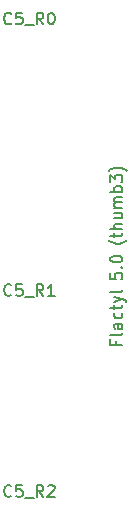
<source format=gbr>
%TF.GenerationSoftware,KiCad,Pcbnew,(7.0.0-0)*%
%TF.CreationDate,2023-06-28T18:09:58+08:00*%
%TF.ProjectId,thumb3,7468756d-6233-42e6-9b69-6361645f7063,v1.0.0*%
%TF.SameCoordinates,Original*%
%TF.FileFunction,Legend,Top*%
%TF.FilePolarity,Positive*%
%FSLAX46Y46*%
G04 Gerber Fmt 4.6, Leading zero omitted, Abs format (unit mm)*
G04 Created by KiCad (PCBNEW (7.0.0-0)) date 2023-06-28 18:09:58*
%MOMM*%
%LPD*%
G01*
G04 APERTURE LIST*
%ADD10C,0.150000*%
G04 APERTURE END LIST*
D10*
%TO.C,JC1*%
%TO.C,T1*%
X7343571Y9828570D02*
X7343571Y9495237D01*
X7867380Y9495237D02*
X6867380Y9495237D01*
X6867380Y9495237D02*
X6867380Y9971427D01*
X7867380Y10495237D02*
X7819761Y10399999D01*
X7819761Y10399999D02*
X7724523Y10352380D01*
X7724523Y10352380D02*
X6867380Y10352380D01*
X7867380Y11304761D02*
X7343571Y11304761D01*
X7343571Y11304761D02*
X7248333Y11257142D01*
X7248333Y11257142D02*
X7200714Y11161904D01*
X7200714Y11161904D02*
X7200714Y10971428D01*
X7200714Y10971428D02*
X7248333Y10876190D01*
X7819761Y11304761D02*
X7867380Y11209523D01*
X7867380Y11209523D02*
X7867380Y10971428D01*
X7867380Y10971428D02*
X7819761Y10876190D01*
X7819761Y10876190D02*
X7724523Y10828571D01*
X7724523Y10828571D02*
X7629285Y10828571D01*
X7629285Y10828571D02*
X7534047Y10876190D01*
X7534047Y10876190D02*
X7486428Y10971428D01*
X7486428Y10971428D02*
X7486428Y11209523D01*
X7486428Y11209523D02*
X7438809Y11304761D01*
X7819761Y12209523D02*
X7867380Y12114285D01*
X7867380Y12114285D02*
X7867380Y11923809D01*
X7867380Y11923809D02*
X7819761Y11828571D01*
X7819761Y11828571D02*
X7772142Y11780952D01*
X7772142Y11780952D02*
X7676904Y11733333D01*
X7676904Y11733333D02*
X7391190Y11733333D01*
X7391190Y11733333D02*
X7295952Y11780952D01*
X7295952Y11780952D02*
X7248333Y11828571D01*
X7248333Y11828571D02*
X7200714Y11923809D01*
X7200714Y11923809D02*
X7200714Y12114285D01*
X7200714Y12114285D02*
X7248333Y12209523D01*
X7200714Y12495238D02*
X7200714Y12876190D01*
X6867380Y12638095D02*
X7724523Y12638095D01*
X7724523Y12638095D02*
X7819761Y12685714D01*
X7819761Y12685714D02*
X7867380Y12780952D01*
X7867380Y12780952D02*
X7867380Y12876190D01*
X7200714Y13114286D02*
X7867380Y13352381D01*
X7200714Y13590476D02*
X7867380Y13352381D01*
X7867380Y13352381D02*
X8105476Y13257143D01*
X8105476Y13257143D02*
X8153095Y13209524D01*
X8153095Y13209524D02*
X8200714Y13114286D01*
X7867380Y14114286D02*
X7819761Y14019048D01*
X7819761Y14019048D02*
X7724523Y13971429D01*
X7724523Y13971429D02*
X6867380Y13971429D01*
X6867380Y15571429D02*
X6867380Y15095239D01*
X6867380Y15095239D02*
X7343571Y15047620D01*
X7343571Y15047620D02*
X7295952Y15095239D01*
X7295952Y15095239D02*
X7248333Y15190477D01*
X7248333Y15190477D02*
X7248333Y15428572D01*
X7248333Y15428572D02*
X7295952Y15523810D01*
X7295952Y15523810D02*
X7343571Y15571429D01*
X7343571Y15571429D02*
X7438809Y15619048D01*
X7438809Y15619048D02*
X7676904Y15619048D01*
X7676904Y15619048D02*
X7772142Y15571429D01*
X7772142Y15571429D02*
X7819761Y15523810D01*
X7819761Y15523810D02*
X7867380Y15428572D01*
X7867380Y15428572D02*
X7867380Y15190477D01*
X7867380Y15190477D02*
X7819761Y15095239D01*
X7819761Y15095239D02*
X7772142Y15047620D01*
X7772142Y16047620D02*
X7819761Y16095239D01*
X7819761Y16095239D02*
X7867380Y16047620D01*
X7867380Y16047620D02*
X7819761Y16000001D01*
X7819761Y16000001D02*
X7772142Y16047620D01*
X7772142Y16047620D02*
X7867380Y16047620D01*
X6867380Y16714286D02*
X6867380Y16809524D01*
X6867380Y16809524D02*
X6915000Y16904762D01*
X6915000Y16904762D02*
X6962619Y16952381D01*
X6962619Y16952381D02*
X7057857Y17000000D01*
X7057857Y17000000D02*
X7248333Y17047619D01*
X7248333Y17047619D02*
X7486428Y17047619D01*
X7486428Y17047619D02*
X7676904Y17000000D01*
X7676904Y17000000D02*
X7772142Y16952381D01*
X7772142Y16952381D02*
X7819761Y16904762D01*
X7819761Y16904762D02*
X7867380Y16809524D01*
X7867380Y16809524D02*
X7867380Y16714286D01*
X7867380Y16714286D02*
X7819761Y16619048D01*
X7819761Y16619048D02*
X7772142Y16571429D01*
X7772142Y16571429D02*
X7676904Y16523810D01*
X7676904Y16523810D02*
X7486428Y16476191D01*
X7486428Y16476191D02*
X7248333Y16476191D01*
X7248333Y16476191D02*
X7057857Y16523810D01*
X7057857Y16523810D02*
X6962619Y16571429D01*
X6962619Y16571429D02*
X6915000Y16619048D01*
X6915000Y16619048D02*
X6867380Y16714286D01*
X8248333Y18361905D02*
X8200714Y18314286D01*
X8200714Y18314286D02*
X8057857Y18219048D01*
X8057857Y18219048D02*
X7962619Y18171429D01*
X7962619Y18171429D02*
X7819761Y18123810D01*
X7819761Y18123810D02*
X7581666Y18076191D01*
X7581666Y18076191D02*
X7391190Y18076191D01*
X7391190Y18076191D02*
X7153095Y18123810D01*
X7153095Y18123810D02*
X7010238Y18171429D01*
X7010238Y18171429D02*
X6915000Y18219048D01*
X6915000Y18219048D02*
X6772142Y18314286D01*
X6772142Y18314286D02*
X6724523Y18361905D01*
X7200714Y18600001D02*
X7200714Y18980953D01*
X6867380Y18742858D02*
X7724523Y18742858D01*
X7724523Y18742858D02*
X7819761Y18790477D01*
X7819761Y18790477D02*
X7867380Y18885715D01*
X7867380Y18885715D02*
X7867380Y18980953D01*
X7867380Y19314287D02*
X6867380Y19314287D01*
X7867380Y19742858D02*
X7343571Y19742858D01*
X7343571Y19742858D02*
X7248333Y19695239D01*
X7248333Y19695239D02*
X7200714Y19600001D01*
X7200714Y19600001D02*
X7200714Y19457144D01*
X7200714Y19457144D02*
X7248333Y19361906D01*
X7248333Y19361906D02*
X7295952Y19314287D01*
X7200714Y20647620D02*
X7867380Y20647620D01*
X7200714Y20219049D02*
X7724523Y20219049D01*
X7724523Y20219049D02*
X7819761Y20266668D01*
X7819761Y20266668D02*
X7867380Y20361906D01*
X7867380Y20361906D02*
X7867380Y20504763D01*
X7867380Y20504763D02*
X7819761Y20600001D01*
X7819761Y20600001D02*
X7772142Y20647620D01*
X7867380Y21123811D02*
X7200714Y21123811D01*
X7295952Y21123811D02*
X7248333Y21171430D01*
X7248333Y21171430D02*
X7200714Y21266668D01*
X7200714Y21266668D02*
X7200714Y21409525D01*
X7200714Y21409525D02*
X7248333Y21504763D01*
X7248333Y21504763D02*
X7343571Y21552382D01*
X7343571Y21552382D02*
X7867380Y21552382D01*
X7343571Y21552382D02*
X7248333Y21600001D01*
X7248333Y21600001D02*
X7200714Y21695239D01*
X7200714Y21695239D02*
X7200714Y21838096D01*
X7200714Y21838096D02*
X7248333Y21933335D01*
X7248333Y21933335D02*
X7343571Y21980954D01*
X7343571Y21980954D02*
X7867380Y21980954D01*
X7867380Y22457144D02*
X6867380Y22457144D01*
X7248333Y22457144D02*
X7200714Y22552382D01*
X7200714Y22552382D02*
X7200714Y22742858D01*
X7200714Y22742858D02*
X7248333Y22838096D01*
X7248333Y22838096D02*
X7295952Y22885715D01*
X7295952Y22885715D02*
X7391190Y22933334D01*
X7391190Y22933334D02*
X7676904Y22933334D01*
X7676904Y22933334D02*
X7772142Y22885715D01*
X7772142Y22885715D02*
X7819761Y22838096D01*
X7819761Y22838096D02*
X7867380Y22742858D01*
X7867380Y22742858D02*
X7867380Y22552382D01*
X7867380Y22552382D02*
X7819761Y22457144D01*
X6867380Y23266668D02*
X6867380Y23885715D01*
X6867380Y23885715D02*
X7248333Y23552382D01*
X7248333Y23552382D02*
X7248333Y23695239D01*
X7248333Y23695239D02*
X7295952Y23790477D01*
X7295952Y23790477D02*
X7343571Y23838096D01*
X7343571Y23838096D02*
X7438809Y23885715D01*
X7438809Y23885715D02*
X7676904Y23885715D01*
X7676904Y23885715D02*
X7772142Y23838096D01*
X7772142Y23838096D02*
X7819761Y23790477D01*
X7819761Y23790477D02*
X7867380Y23695239D01*
X7867380Y23695239D02*
X7867380Y23409525D01*
X7867380Y23409525D02*
X7819761Y23314287D01*
X7819761Y23314287D02*
X7772142Y23266668D01*
X8248333Y24219049D02*
X8200714Y24266668D01*
X8200714Y24266668D02*
X8057857Y24361906D01*
X8057857Y24361906D02*
X7962619Y24409525D01*
X7962619Y24409525D02*
X7819761Y24457144D01*
X7819761Y24457144D02*
X7581666Y24504763D01*
X7581666Y24504763D02*
X7391190Y24504763D01*
X7391190Y24504763D02*
X7153095Y24457144D01*
X7153095Y24457144D02*
X7010238Y24409525D01*
X7010238Y24409525D02*
X6915000Y24361906D01*
X6915000Y24361906D02*
X6772142Y24266668D01*
X6772142Y24266668D02*
X6724523Y24219049D01*
%TO.C,H1*%
%TO.C,H2*%
%TO.C,S1*%
X-1523809Y36727857D02*
X-1571428Y36680238D01*
X-1571428Y36680238D02*
X-1714285Y36632619D01*
X-1714285Y36632619D02*
X-1809523Y36632619D01*
X-1809523Y36632619D02*
X-1952380Y36680238D01*
X-1952380Y36680238D02*
X-2047618Y36775476D01*
X-2047618Y36775476D02*
X-2095237Y36870714D01*
X-2095237Y36870714D02*
X-2142856Y37061190D01*
X-2142856Y37061190D02*
X-2142856Y37204047D01*
X-2142856Y37204047D02*
X-2095237Y37394523D01*
X-2095237Y37394523D02*
X-2047618Y37489761D01*
X-2047618Y37489761D02*
X-1952380Y37585000D01*
X-1952380Y37585000D02*
X-1809523Y37632619D01*
X-1809523Y37632619D02*
X-1714285Y37632619D01*
X-1714285Y37632619D02*
X-1571428Y37585000D01*
X-1571428Y37585000D02*
X-1523809Y37537380D01*
X-619047Y37632619D02*
X-1095237Y37632619D01*
X-1095237Y37632619D02*
X-1142856Y37156428D01*
X-1142856Y37156428D02*
X-1095237Y37204047D01*
X-1095237Y37204047D02*
X-999999Y37251666D01*
X-999999Y37251666D02*
X-761904Y37251666D01*
X-761904Y37251666D02*
X-666666Y37204047D01*
X-666666Y37204047D02*
X-619047Y37156428D01*
X-619047Y37156428D02*
X-571428Y37061190D01*
X-571428Y37061190D02*
X-571428Y36823095D01*
X-571428Y36823095D02*
X-619047Y36727857D01*
X-619047Y36727857D02*
X-666666Y36680238D01*
X-666666Y36680238D02*
X-761904Y36632619D01*
X-761904Y36632619D02*
X-999999Y36632619D01*
X-999999Y36632619D02*
X-1095237Y36680238D01*
X-1095237Y36680238D02*
X-1142856Y36727857D01*
X-380952Y36537380D02*
X380952Y36537380D01*
X1190476Y36632619D02*
X857143Y37108809D01*
X619048Y36632619D02*
X619048Y37632619D01*
X619048Y37632619D02*
X1000000Y37632619D01*
X1000000Y37632619D02*
X1095238Y37585000D01*
X1095238Y37585000D02*
X1142857Y37537380D01*
X1142857Y37537380D02*
X1190476Y37442142D01*
X1190476Y37442142D02*
X1190476Y37299285D01*
X1190476Y37299285D02*
X1142857Y37204047D01*
X1142857Y37204047D02*
X1095238Y37156428D01*
X1095238Y37156428D02*
X1000000Y37108809D01*
X1000000Y37108809D02*
X619048Y37108809D01*
X1809524Y37632619D02*
X1904762Y37632619D01*
X1904762Y37632619D02*
X2000000Y37585000D01*
X2000000Y37585000D02*
X2047619Y37537380D01*
X2047619Y37537380D02*
X2095238Y37442142D01*
X2095238Y37442142D02*
X2142857Y37251666D01*
X2142857Y37251666D02*
X2142857Y37013571D01*
X2142857Y37013571D02*
X2095238Y36823095D01*
X2095238Y36823095D02*
X2047619Y36727857D01*
X2047619Y36727857D02*
X2000000Y36680238D01*
X2000000Y36680238D02*
X1904762Y36632619D01*
X1904762Y36632619D02*
X1809524Y36632619D01*
X1809524Y36632619D02*
X1714286Y36680238D01*
X1714286Y36680238D02*
X1666667Y36727857D01*
X1666667Y36727857D02*
X1619048Y36823095D01*
X1619048Y36823095D02*
X1571429Y37013571D01*
X1571429Y37013571D02*
X1571429Y37251666D01*
X1571429Y37251666D02*
X1619048Y37442142D01*
X1619048Y37442142D02*
X1666667Y37537380D01*
X1666667Y37537380D02*
X1714286Y37585000D01*
X1714286Y37585000D02*
X1809524Y37632619D01*
%TO.C,S2*%
X-1523809Y13727857D02*
X-1571428Y13680238D01*
X-1571428Y13680238D02*
X-1714285Y13632619D01*
X-1714285Y13632619D02*
X-1809523Y13632619D01*
X-1809523Y13632619D02*
X-1952380Y13680238D01*
X-1952380Y13680238D02*
X-2047618Y13775476D01*
X-2047618Y13775476D02*
X-2095237Y13870714D01*
X-2095237Y13870714D02*
X-2142856Y14061190D01*
X-2142856Y14061190D02*
X-2142856Y14204047D01*
X-2142856Y14204047D02*
X-2095237Y14394523D01*
X-2095237Y14394523D02*
X-2047618Y14489761D01*
X-2047618Y14489761D02*
X-1952380Y14585000D01*
X-1952380Y14585000D02*
X-1809523Y14632619D01*
X-1809523Y14632619D02*
X-1714285Y14632619D01*
X-1714285Y14632619D02*
X-1571428Y14585000D01*
X-1571428Y14585000D02*
X-1523809Y14537380D01*
X-619047Y14632619D02*
X-1095237Y14632619D01*
X-1095237Y14632619D02*
X-1142856Y14156428D01*
X-1142856Y14156428D02*
X-1095237Y14204047D01*
X-1095237Y14204047D02*
X-999999Y14251666D01*
X-999999Y14251666D02*
X-761904Y14251666D01*
X-761904Y14251666D02*
X-666666Y14204047D01*
X-666666Y14204047D02*
X-619047Y14156428D01*
X-619047Y14156428D02*
X-571428Y14061190D01*
X-571428Y14061190D02*
X-571428Y13823095D01*
X-571428Y13823095D02*
X-619047Y13727857D01*
X-619047Y13727857D02*
X-666666Y13680238D01*
X-666666Y13680238D02*
X-761904Y13632619D01*
X-761904Y13632619D02*
X-999999Y13632619D01*
X-999999Y13632619D02*
X-1095237Y13680238D01*
X-1095237Y13680238D02*
X-1142856Y13727857D01*
X-380952Y13537380D02*
X380952Y13537380D01*
X1190476Y13632619D02*
X857143Y14108809D01*
X619048Y13632619D02*
X619048Y14632619D01*
X619048Y14632619D02*
X1000000Y14632619D01*
X1000000Y14632619D02*
X1095238Y14585000D01*
X1095238Y14585000D02*
X1142857Y14537380D01*
X1142857Y14537380D02*
X1190476Y14442142D01*
X1190476Y14442142D02*
X1190476Y14299285D01*
X1190476Y14299285D02*
X1142857Y14204047D01*
X1142857Y14204047D02*
X1095238Y14156428D01*
X1095238Y14156428D02*
X1000000Y14108809D01*
X1000000Y14108809D02*
X619048Y14108809D01*
X2142857Y13632619D02*
X1571429Y13632619D01*
X1857143Y13632619D02*
X1857143Y14632619D01*
X1857143Y14632619D02*
X1761905Y14489761D01*
X1761905Y14489761D02*
X1666667Y14394523D01*
X1666667Y14394523D02*
X1571429Y14346904D01*
%TO.C,S3*%
X-1523809Y-3272142D02*
X-1571428Y-3319761D01*
X-1571428Y-3319761D02*
X-1714285Y-3367380D01*
X-1714285Y-3367380D02*
X-1809523Y-3367380D01*
X-1809523Y-3367380D02*
X-1952380Y-3319761D01*
X-1952380Y-3319761D02*
X-2047618Y-3224523D01*
X-2047618Y-3224523D02*
X-2095237Y-3129285D01*
X-2095237Y-3129285D02*
X-2142856Y-2938809D01*
X-2142856Y-2938809D02*
X-2142856Y-2795952D01*
X-2142856Y-2795952D02*
X-2095237Y-2605476D01*
X-2095237Y-2605476D02*
X-2047618Y-2510238D01*
X-2047618Y-2510238D02*
X-1952380Y-2415000D01*
X-1952380Y-2415000D02*
X-1809523Y-2367380D01*
X-1809523Y-2367380D02*
X-1714285Y-2367380D01*
X-1714285Y-2367380D02*
X-1571428Y-2415000D01*
X-1571428Y-2415000D02*
X-1523809Y-2462619D01*
X-619047Y-2367380D02*
X-1095237Y-2367380D01*
X-1095237Y-2367380D02*
X-1142856Y-2843571D01*
X-1142856Y-2843571D02*
X-1095237Y-2795952D01*
X-1095237Y-2795952D02*
X-999999Y-2748333D01*
X-999999Y-2748333D02*
X-761904Y-2748333D01*
X-761904Y-2748333D02*
X-666666Y-2795952D01*
X-666666Y-2795952D02*
X-619047Y-2843571D01*
X-619047Y-2843571D02*
X-571428Y-2938809D01*
X-571428Y-2938809D02*
X-571428Y-3176904D01*
X-571428Y-3176904D02*
X-619047Y-3272142D01*
X-619047Y-3272142D02*
X-666666Y-3319761D01*
X-666666Y-3319761D02*
X-761904Y-3367380D01*
X-761904Y-3367380D02*
X-999999Y-3367380D01*
X-999999Y-3367380D02*
X-1095237Y-3319761D01*
X-1095237Y-3319761D02*
X-1142856Y-3272142D01*
X-380952Y-3462619D02*
X380952Y-3462619D01*
X1190476Y-3367380D02*
X857143Y-2891190D01*
X619048Y-3367380D02*
X619048Y-2367380D01*
X619048Y-2367380D02*
X1000000Y-2367380D01*
X1000000Y-2367380D02*
X1095238Y-2415000D01*
X1095238Y-2415000D02*
X1142857Y-2462619D01*
X1142857Y-2462619D02*
X1190476Y-2557857D01*
X1190476Y-2557857D02*
X1190476Y-2700714D01*
X1190476Y-2700714D02*
X1142857Y-2795952D01*
X1142857Y-2795952D02*
X1095238Y-2843571D01*
X1095238Y-2843571D02*
X1000000Y-2891190D01*
X1000000Y-2891190D02*
X619048Y-2891190D01*
X1571429Y-2462619D02*
X1619048Y-2415000D01*
X1619048Y-2415000D02*
X1714286Y-2367380D01*
X1714286Y-2367380D02*
X1952381Y-2367380D01*
X1952381Y-2367380D02*
X2047619Y-2415000D01*
X2047619Y-2415000D02*
X2095238Y-2462619D01*
X2095238Y-2462619D02*
X2142857Y-2557857D01*
X2142857Y-2557857D02*
X2142857Y-2653095D01*
X2142857Y-2653095D02*
X2095238Y-2795952D01*
X2095238Y-2795952D02*
X1523810Y-3367380D01*
X1523810Y-3367380D02*
X2142857Y-3367380D01*
%TD*%
M02*

</source>
